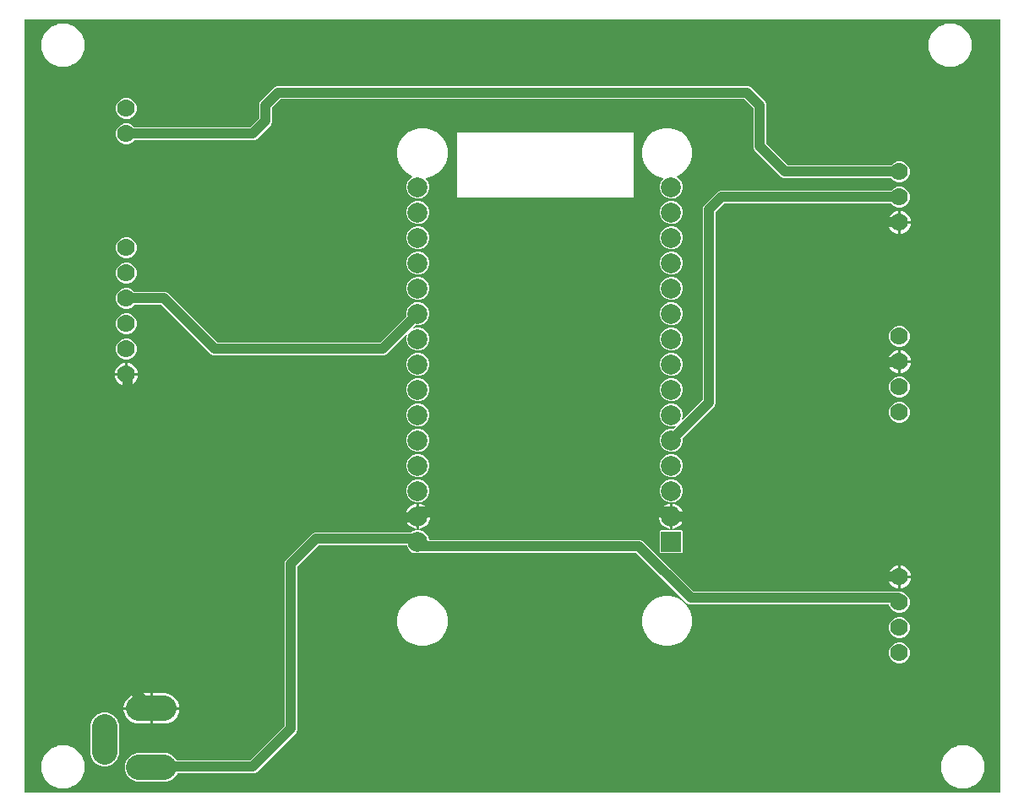
<source format=gbr>
G04 EAGLE Gerber RS-274X export*
G75*
%MOMM*%
%FSLAX34Y34*%
%LPD*%
%INTop Copper*%
%IPPOS*%
%AMOC8*
5,1,8,0,0,1.08239X$1,22.5*%
G01*
%ADD10C,2.540000*%
%ADD11C,1.778000*%
%ADD12R,2.000000X2.000000*%
%ADD13C,2.000000*%
%ADD14C,1.000000*%

G36*
X989337Y12194D02*
X989337Y12194D01*
X989342Y12193D01*
X989435Y12214D01*
X989529Y12232D01*
X989533Y12235D01*
X989538Y12236D01*
X989616Y12292D01*
X989694Y12345D01*
X989697Y12349D01*
X989701Y12352D01*
X989752Y12434D01*
X989804Y12513D01*
X989804Y12518D01*
X989807Y12523D01*
X989839Y12700D01*
X989839Y787400D01*
X989838Y787405D01*
X989839Y787410D01*
X989818Y787503D01*
X989800Y787597D01*
X989797Y787601D01*
X989796Y787606D01*
X989740Y787684D01*
X989687Y787762D01*
X989683Y787765D01*
X989680Y787769D01*
X989598Y787820D01*
X989519Y787872D01*
X989514Y787872D01*
X989509Y787875D01*
X989332Y787907D01*
X12700Y787907D01*
X12695Y787906D01*
X12690Y787907D01*
X12597Y787886D01*
X12504Y787868D01*
X12499Y787865D01*
X12494Y787864D01*
X12416Y787808D01*
X12338Y787755D01*
X12335Y787751D01*
X12331Y787748D01*
X12280Y787666D01*
X12228Y787587D01*
X12228Y787582D01*
X12225Y787577D01*
X12193Y787400D01*
X12193Y12700D01*
X12194Y12695D01*
X12193Y12690D01*
X12214Y12597D01*
X12232Y12504D01*
X12235Y12499D01*
X12236Y12494D01*
X12292Y12416D01*
X12345Y12338D01*
X12349Y12335D01*
X12352Y12331D01*
X12434Y12280D01*
X12513Y12228D01*
X12518Y12228D01*
X12523Y12225D01*
X12700Y12193D01*
X989332Y12193D01*
X989337Y12194D01*
G37*
%LPC*%
G36*
X124170Y23375D02*
X124170Y23375D01*
X118942Y25541D01*
X114941Y29542D01*
X112775Y34770D01*
X112775Y40430D01*
X114941Y45658D01*
X118942Y49659D01*
X119207Y49769D01*
X120432Y50276D01*
X121656Y50783D01*
X122881Y51291D01*
X124106Y51798D01*
X124170Y51825D01*
X155230Y51825D01*
X160458Y49659D01*
X164459Y45658D01*
X164757Y44938D01*
X164761Y44932D01*
X164762Y44926D01*
X164817Y44849D01*
X164869Y44771D01*
X164875Y44768D01*
X164878Y44763D01*
X164958Y44713D01*
X165037Y44661D01*
X165043Y44660D01*
X165049Y44657D01*
X165226Y44625D01*
X238387Y44625D01*
X238395Y44626D01*
X238403Y44625D01*
X238493Y44646D01*
X238584Y44664D01*
X238590Y44669D01*
X238598Y44671D01*
X238746Y44773D01*
X272727Y78754D01*
X272731Y78761D01*
X272737Y78765D01*
X272786Y78844D01*
X272838Y78921D01*
X272839Y78929D01*
X272843Y78935D01*
X272875Y79113D01*
X272875Y242598D01*
X273869Y244996D01*
X301104Y272231D01*
X301636Y272452D01*
X302860Y272959D01*
X303502Y273225D01*
X399166Y273225D01*
X399174Y273226D01*
X399182Y273225D01*
X399272Y273246D01*
X399363Y273264D01*
X399369Y273269D01*
X399377Y273271D01*
X399525Y273373D01*
X399872Y273720D01*
X400483Y273973D01*
X401707Y274481D01*
X401708Y274481D01*
X402932Y274988D01*
X404108Y275475D01*
X408692Y275475D01*
X412928Y273720D01*
X416170Y270478D01*
X417956Y266167D01*
X417964Y266125D01*
X417967Y266121D01*
X417968Y266116D01*
X418024Y266038D01*
X418077Y265960D01*
X418081Y265957D01*
X418084Y265953D01*
X418166Y265902D01*
X418245Y265850D01*
X418250Y265850D01*
X418255Y265847D01*
X418432Y265815D01*
X629356Y265815D01*
X631754Y264821D01*
X682470Y214105D01*
X682477Y214101D01*
X682481Y214095D01*
X682560Y214046D01*
X682637Y213994D01*
X682645Y213993D01*
X682651Y213989D01*
X682829Y213957D01*
X886024Y213957D01*
X886028Y213958D01*
X886032Y213957D01*
X886163Y213982D01*
X887410Y213957D01*
X887415Y213958D01*
X887420Y213957D01*
X888664Y213957D01*
X888760Y213937D01*
X889398Y213657D01*
X889412Y213654D01*
X889425Y213647D01*
X889558Y213623D01*
X889594Y213615D01*
X889598Y213615D01*
X889602Y213615D01*
X891072Y213615D01*
X894899Y212029D01*
X897829Y209099D01*
X899415Y205272D01*
X899415Y201128D01*
X897829Y197301D01*
X894899Y194371D01*
X894622Y194256D01*
X893398Y193749D01*
X893397Y193749D01*
X892173Y193241D01*
X891072Y192785D01*
X886928Y192785D01*
X883101Y194371D01*
X880171Y197301D01*
X878807Y200594D01*
X878803Y200600D01*
X878801Y200606D01*
X878747Y200683D01*
X878695Y200761D01*
X878689Y200764D01*
X878685Y200769D01*
X878606Y200819D01*
X878527Y200871D01*
X878521Y200872D01*
X878515Y200875D01*
X878338Y200907D01*
X678618Y200907D01*
X676220Y201901D01*
X625504Y252617D01*
X625497Y252621D01*
X625493Y252627D01*
X625414Y252676D01*
X625337Y252728D01*
X625329Y252729D01*
X625323Y252733D01*
X625145Y252765D01*
X409614Y252765D01*
X409605Y252763D01*
X409596Y252765D01*
X409420Y252727D01*
X409418Y252726D01*
X409089Y252590D01*
X408692Y252425D01*
X404108Y252425D01*
X403672Y252606D01*
X403612Y252618D01*
X403555Y252639D01*
X403511Y252637D01*
X403475Y252644D01*
X403431Y252635D01*
X403409Y252635D01*
X400843Y253124D01*
X398674Y254548D01*
X397214Y256695D01*
X397208Y256726D01*
X397186Y256778D01*
X397173Y256834D01*
X397145Y256874D01*
X397129Y256910D01*
X397099Y256939D01*
X397070Y256982D01*
X396630Y257422D01*
X395619Y259862D01*
X395615Y259868D01*
X395614Y259874D01*
X395559Y259951D01*
X395507Y260029D01*
X395502Y260032D01*
X395498Y260037D01*
X395418Y260087D01*
X395340Y260139D01*
X395333Y260140D01*
X395328Y260143D01*
X395150Y260175D01*
X307713Y260175D01*
X307705Y260174D01*
X307697Y260175D01*
X307607Y260154D01*
X307516Y260136D01*
X307510Y260131D01*
X307502Y260129D01*
X307354Y260027D01*
X286073Y238746D01*
X286069Y238739D01*
X286063Y238735D01*
X286014Y238656D01*
X285962Y238579D01*
X285961Y238571D01*
X285957Y238565D01*
X285925Y238387D01*
X285925Y74902D01*
X284931Y72504D01*
X244996Y32569D01*
X244693Y32443D01*
X243469Y31936D01*
X243468Y31936D01*
X242598Y31575D01*
X165640Y31575D01*
X165634Y31574D01*
X165627Y31575D01*
X165536Y31554D01*
X165444Y31536D01*
X165438Y31532D01*
X165432Y31531D01*
X165355Y31476D01*
X165278Y31423D01*
X165274Y31418D01*
X165269Y31414D01*
X165172Y31262D01*
X164459Y29542D01*
X160458Y25541D01*
X159977Y25342D01*
X158752Y24834D01*
X157528Y24327D01*
X156303Y23820D01*
X155230Y23375D01*
X124170Y23375D01*
G37*
%LPD*%
%LPC*%
G36*
X886928Y624585D02*
X886928Y624585D01*
X883101Y626171D01*
X880945Y628327D01*
X880938Y628331D01*
X880934Y628337D01*
X880855Y628386D01*
X880778Y628438D01*
X880770Y628439D01*
X880763Y628443D01*
X880586Y628475D01*
X773402Y628475D01*
X771004Y629469D01*
X769097Y631375D01*
X745675Y654797D01*
X743769Y656704D01*
X742775Y659102D01*
X742775Y698875D01*
X742774Y698883D01*
X742775Y698891D01*
X742754Y698981D01*
X742736Y699072D01*
X742731Y699078D01*
X742729Y699086D01*
X742627Y699234D01*
X734046Y707815D01*
X734039Y707819D01*
X734035Y707825D01*
X733956Y707874D01*
X733879Y707926D01*
X733871Y707927D01*
X733865Y707931D01*
X733687Y707963D01*
X269613Y707963D01*
X269605Y707962D01*
X269597Y707963D01*
X269507Y707942D01*
X269416Y707924D01*
X269410Y707919D01*
X269402Y707917D01*
X269254Y707815D01*
X260673Y699234D01*
X260669Y699227D01*
X260663Y699223D01*
X260614Y699144D01*
X260562Y699067D01*
X260561Y699059D01*
X260557Y699053D01*
X260525Y698875D01*
X260525Y684502D01*
X259531Y682104D01*
X244996Y667569D01*
X244879Y667520D01*
X243655Y667013D01*
X243654Y667013D01*
X242598Y666575D01*
X122714Y666575D01*
X122706Y666574D01*
X122699Y666575D01*
X122609Y666554D01*
X122518Y666536D01*
X122511Y666531D01*
X122503Y666529D01*
X122355Y666427D01*
X120199Y664271D01*
X119472Y663969D01*
X118247Y663462D01*
X117023Y662955D01*
X116372Y662685D01*
X112228Y662685D01*
X108401Y664271D01*
X105471Y667201D01*
X103885Y671028D01*
X103885Y675172D01*
X105471Y678999D01*
X108401Y681929D01*
X109319Y682310D01*
X110544Y682817D01*
X111768Y683324D01*
X112228Y683515D01*
X116372Y683515D01*
X120199Y681929D01*
X122355Y679773D01*
X122362Y679769D01*
X122366Y679763D01*
X122445Y679714D01*
X122522Y679662D01*
X122530Y679661D01*
X122537Y679657D01*
X122714Y679625D01*
X238387Y679625D01*
X238395Y679626D01*
X238403Y679625D01*
X238493Y679646D01*
X238584Y679664D01*
X238590Y679669D01*
X238598Y679671D01*
X238746Y679773D01*
X247327Y688354D01*
X247331Y688361D01*
X247337Y688365D01*
X247386Y688444D01*
X247438Y688521D01*
X247439Y688529D01*
X247443Y688535D01*
X247475Y688713D01*
X247475Y703086D01*
X248469Y705484D01*
X250375Y707391D01*
X261097Y718113D01*
X263004Y720019D01*
X263810Y720353D01*
X265035Y720861D01*
X265402Y721013D01*
X737898Y721013D01*
X740296Y720019D01*
X742203Y718113D01*
X752925Y707391D01*
X754831Y705484D01*
X755825Y703086D01*
X755825Y663313D01*
X755826Y663305D01*
X755825Y663297D01*
X755846Y663207D01*
X755864Y663116D01*
X755869Y663110D01*
X755871Y663102D01*
X755973Y662954D01*
X777254Y641673D01*
X777261Y641669D01*
X777265Y641663D01*
X777344Y641614D01*
X777421Y641562D01*
X777429Y641561D01*
X777435Y641557D01*
X777613Y641525D01*
X880586Y641525D01*
X880594Y641526D01*
X880601Y641525D01*
X880691Y641546D01*
X880782Y641564D01*
X880789Y641569D01*
X880797Y641571D01*
X880945Y641673D01*
X883101Y643829D01*
X884155Y644266D01*
X885379Y644773D01*
X886604Y645280D01*
X886928Y645415D01*
X891072Y645415D01*
X894899Y643829D01*
X897829Y640899D01*
X899415Y637072D01*
X899415Y632928D01*
X897829Y629101D01*
X894899Y626171D01*
X894308Y625926D01*
X893083Y625418D01*
X891859Y624911D01*
X891858Y624911D01*
X891072Y624585D01*
X886928Y624585D01*
G37*
%LPD*%
%LPC*%
G36*
X445526Y608771D02*
X445526Y608771D01*
X445421Y608876D01*
X445421Y673924D01*
X445526Y674029D01*
X622574Y674029D01*
X622679Y673924D01*
X622679Y608876D01*
X622574Y608771D01*
X445526Y608771D01*
G37*
%LPD*%
%LPC*%
G36*
X658108Y354025D02*
X658108Y354025D01*
X653872Y355780D01*
X650630Y359022D01*
X648875Y363258D01*
X648875Y367842D01*
X650630Y372078D01*
X653872Y375320D01*
X654121Y375423D01*
X655345Y375931D01*
X656570Y376438D01*
X657795Y376945D01*
X658108Y377075D01*
X662487Y377075D01*
X662495Y377076D01*
X662503Y377075D01*
X662593Y377096D01*
X662684Y377114D01*
X662690Y377119D01*
X662698Y377121D01*
X662846Y377223D01*
X664910Y379288D01*
X664911Y379289D01*
X664912Y379290D01*
X664966Y379372D01*
X665021Y379455D01*
X665022Y379456D01*
X665022Y379457D01*
X665040Y379554D01*
X665059Y379652D01*
X665059Y379653D01*
X665059Y379654D01*
X665038Y379751D01*
X665017Y379848D01*
X665017Y379849D01*
X665016Y379850D01*
X664960Y379931D01*
X664903Y380012D01*
X664902Y380013D01*
X664901Y380014D01*
X664819Y380066D01*
X664734Y380120D01*
X664732Y380120D01*
X664731Y380121D01*
X664633Y380137D01*
X664536Y380153D01*
X664535Y380153D01*
X664534Y380153D01*
X664358Y380115D01*
X663861Y379909D01*
X662692Y379425D01*
X658108Y379425D01*
X653872Y381180D01*
X650630Y384422D01*
X648875Y388658D01*
X648875Y393242D01*
X650630Y397478D01*
X653872Y400720D01*
X654030Y400786D01*
X655255Y401293D01*
X656479Y401800D01*
X656480Y401800D01*
X657704Y402308D01*
X658108Y402475D01*
X662692Y402475D01*
X666928Y400720D01*
X670170Y397478D01*
X671925Y393242D01*
X671925Y388658D01*
X671235Y386992D01*
X671235Y386991D01*
X671234Y386990D01*
X671215Y386893D01*
X671196Y386796D01*
X671197Y386794D01*
X671196Y386793D01*
X671217Y386695D01*
X671237Y386599D01*
X671238Y386598D01*
X671238Y386597D01*
X671298Y386511D01*
X671350Y386434D01*
X671352Y386433D01*
X671352Y386432D01*
X671436Y386379D01*
X671519Y386326D01*
X671520Y386326D01*
X671522Y386325D01*
X671618Y386309D01*
X671717Y386291D01*
X671718Y386292D01*
X671719Y386291D01*
X671814Y386313D01*
X671912Y386336D01*
X671913Y386337D01*
X671914Y386337D01*
X672062Y386440D01*
X691827Y406204D01*
X691831Y406211D01*
X691837Y406215D01*
X691886Y406294D01*
X691938Y406371D01*
X691939Y406379D01*
X691943Y406385D01*
X691975Y406563D01*
X691975Y598198D01*
X692969Y600596D01*
X707504Y615131D01*
X708038Y615353D01*
X709263Y615860D01*
X709902Y616125D01*
X880586Y616125D01*
X880594Y616126D01*
X880601Y616125D01*
X880691Y616146D01*
X880782Y616164D01*
X880789Y616169D01*
X880797Y616171D01*
X880945Y616273D01*
X883101Y618429D01*
X884245Y618903D01*
X885470Y619411D01*
X886694Y619918D01*
X886695Y619918D01*
X886928Y620015D01*
X891072Y620015D01*
X894899Y618429D01*
X897829Y615499D01*
X899415Y611672D01*
X899415Y607528D01*
X897829Y603701D01*
X894899Y600771D01*
X894398Y600563D01*
X893174Y600056D01*
X893173Y600056D01*
X891949Y599549D01*
X891072Y599185D01*
X886928Y599185D01*
X883101Y600771D01*
X880945Y602927D01*
X880938Y602931D01*
X880934Y602937D01*
X880855Y602986D01*
X880778Y603038D01*
X880770Y603039D01*
X880763Y603043D01*
X880586Y603075D01*
X714113Y603075D01*
X714105Y603074D01*
X714097Y603075D01*
X714007Y603054D01*
X713916Y603036D01*
X713910Y603031D01*
X713902Y603029D01*
X713754Y602927D01*
X705173Y594346D01*
X705169Y594339D01*
X705163Y594335D01*
X705114Y594256D01*
X705062Y594179D01*
X705061Y594171D01*
X705057Y594165D01*
X705025Y593987D01*
X705025Y402352D01*
X704031Y399954D01*
X702125Y398047D01*
X672073Y367996D01*
X672069Y367989D01*
X672063Y367985D01*
X672014Y367906D01*
X671962Y367829D01*
X671961Y367821D01*
X671957Y367815D01*
X671925Y367637D01*
X671925Y363258D01*
X670170Y359022D01*
X666928Y355780D01*
X666401Y355561D01*
X665176Y355054D01*
X663952Y354547D01*
X662727Y354040D01*
X662692Y354025D01*
X658108Y354025D01*
G37*
%LPD*%
%LPC*%
G36*
X201902Y450675D02*
X201902Y450675D01*
X199504Y451669D01*
X149846Y501327D01*
X149839Y501331D01*
X149835Y501337D01*
X149756Y501386D01*
X149679Y501438D01*
X149671Y501439D01*
X149665Y501443D01*
X149487Y501475D01*
X122714Y501475D01*
X122706Y501474D01*
X122699Y501475D01*
X122609Y501454D01*
X122518Y501436D01*
X122511Y501431D01*
X122503Y501429D01*
X122355Y501327D01*
X120199Y499171D01*
X120060Y499113D01*
X118836Y498606D01*
X117611Y498099D01*
X116387Y497591D01*
X116386Y497591D01*
X116372Y497585D01*
X112228Y497585D01*
X108401Y499171D01*
X105471Y502101D01*
X103885Y505928D01*
X103885Y510072D01*
X105471Y513899D01*
X108401Y516829D01*
X108683Y516946D01*
X109907Y517453D01*
X109908Y517453D01*
X111132Y517961D01*
X112228Y518415D01*
X116372Y518415D01*
X120199Y516829D01*
X122355Y514673D01*
X122362Y514669D01*
X122366Y514663D01*
X122445Y514614D01*
X122522Y514562D01*
X122530Y514561D01*
X122537Y514557D01*
X122714Y514525D01*
X153698Y514525D01*
X156096Y513531D01*
X205754Y463873D01*
X205761Y463869D01*
X205765Y463863D01*
X205844Y463814D01*
X205921Y463762D01*
X205929Y463761D01*
X205935Y463757D01*
X206113Y463725D01*
X368137Y463725D01*
X368145Y463726D01*
X368153Y463725D01*
X368243Y463746D01*
X368334Y463764D01*
X368340Y463769D01*
X368348Y463771D01*
X368496Y463873D01*
X394727Y490104D01*
X394731Y490111D01*
X394737Y490115D01*
X394786Y490194D01*
X394838Y490271D01*
X394839Y490279D01*
X394843Y490285D01*
X394875Y490463D01*
X394875Y494842D01*
X396630Y499078D01*
X399872Y502320D01*
X400893Y502743D01*
X402117Y503250D01*
X403342Y503758D01*
X404108Y504075D01*
X408692Y504075D01*
X412928Y502320D01*
X416170Y499078D01*
X417925Y494842D01*
X417925Y490258D01*
X416170Y486022D01*
X412928Y482780D01*
X411948Y482374D01*
X410724Y481867D01*
X409499Y481359D01*
X408692Y481025D01*
X404313Y481025D01*
X404305Y481024D01*
X404297Y481025D01*
X404207Y481004D01*
X404116Y480986D01*
X404110Y480981D01*
X404102Y480979D01*
X403954Y480877D01*
X401890Y478812D01*
X401889Y478811D01*
X401888Y478810D01*
X401834Y478728D01*
X401779Y478645D01*
X401778Y478644D01*
X401778Y478643D01*
X401760Y478546D01*
X401741Y478448D01*
X401741Y478447D01*
X401741Y478446D01*
X401762Y478349D01*
X401783Y478252D01*
X401783Y478251D01*
X401784Y478250D01*
X401841Y478169D01*
X401897Y478088D01*
X401898Y478087D01*
X401899Y478086D01*
X401981Y478034D01*
X402066Y477980D01*
X402068Y477980D01*
X402069Y477979D01*
X402167Y477963D01*
X402264Y477947D01*
X402265Y477947D01*
X402266Y477947D01*
X402442Y477985D01*
X403432Y478395D01*
X403433Y478395D01*
X404108Y478675D01*
X408692Y478675D01*
X412928Y476920D01*
X416170Y473678D01*
X417925Y469442D01*
X417925Y464858D01*
X416170Y460622D01*
X412928Y457380D01*
X412039Y457011D01*
X410814Y456504D01*
X409590Y455997D01*
X408692Y455625D01*
X404108Y455625D01*
X399872Y457380D01*
X396630Y460622D01*
X394875Y464858D01*
X394875Y469442D01*
X395565Y471108D01*
X395565Y471109D01*
X395566Y471110D01*
X395585Y471207D01*
X395604Y471304D01*
X395603Y471306D01*
X395604Y471307D01*
X395583Y471405D01*
X395563Y471501D01*
X395562Y471502D01*
X395562Y471503D01*
X395504Y471586D01*
X395450Y471666D01*
X395448Y471667D01*
X395448Y471668D01*
X395364Y471721D01*
X395281Y471774D01*
X395280Y471774D01*
X395278Y471775D01*
X395182Y471791D01*
X395083Y471809D01*
X395082Y471808D01*
X395081Y471809D01*
X394986Y471787D01*
X394888Y471764D01*
X394887Y471763D01*
X394886Y471763D01*
X394738Y471660D01*
X376653Y453575D01*
X374746Y451669D01*
X374174Y451432D01*
X372949Y450924D01*
X372348Y450675D01*
X201902Y450675D01*
G37*
%LPD*%
%LPC*%
G36*
X404108Y608025D02*
X404108Y608025D01*
X399872Y609780D01*
X396630Y613022D01*
X394875Y617258D01*
X394875Y621842D01*
X396630Y626078D01*
X399872Y629320D01*
X400897Y629745D01*
X400956Y629784D01*
X401018Y629816D01*
X401038Y629840D01*
X401064Y629857D01*
X401102Y629915D01*
X401148Y629969D01*
X401157Y629999D01*
X401174Y630024D01*
X401187Y630093D01*
X401208Y630160D01*
X401205Y630191D01*
X401211Y630221D01*
X401196Y630290D01*
X401189Y630360D01*
X401174Y630387D01*
X401168Y630417D01*
X401128Y630475D01*
X401095Y630537D01*
X401069Y630558D01*
X401053Y630581D01*
X401009Y630609D01*
X400957Y630653D01*
X395651Y633716D01*
X390966Y638401D01*
X387654Y644138D01*
X385939Y650538D01*
X385939Y657162D01*
X387654Y663562D01*
X390966Y669299D01*
X395651Y673984D01*
X401388Y677296D01*
X407788Y679011D01*
X414412Y679011D01*
X420812Y677296D01*
X426549Y673984D01*
X431234Y669299D01*
X434546Y663562D01*
X436261Y657162D01*
X436261Y650538D01*
X434546Y644138D01*
X431234Y638401D01*
X426549Y633716D01*
X420812Y630404D01*
X414588Y628736D01*
X414555Y628720D01*
X414518Y628712D01*
X414466Y628676D01*
X414409Y628647D01*
X414384Y628619D01*
X414354Y628598D01*
X414319Y628544D01*
X414278Y628496D01*
X414266Y628460D01*
X414246Y628429D01*
X414235Y628366D01*
X414216Y628305D01*
X414219Y628268D01*
X414212Y628231D01*
X414227Y628169D01*
X414232Y628105D01*
X414249Y628072D01*
X414258Y628036D01*
X414300Y627975D01*
X414325Y627927D01*
X414344Y627912D01*
X414361Y627888D01*
X416170Y626078D01*
X417925Y621842D01*
X417925Y617258D01*
X416170Y613022D01*
X412928Y609780D01*
X412720Y609694D01*
X411496Y609186D01*
X410271Y608679D01*
X409047Y608172D01*
X409046Y608172D01*
X408692Y608025D01*
X404108Y608025D01*
G37*
%LPD*%
%LPC*%
G36*
X658108Y608025D02*
X658108Y608025D01*
X653872Y609780D01*
X650630Y613022D01*
X648875Y617258D01*
X648875Y621842D01*
X650630Y626078D01*
X652545Y627993D01*
X652566Y628024D01*
X652593Y628049D01*
X652621Y628107D01*
X652656Y628160D01*
X652663Y628197D01*
X652679Y628231D01*
X652681Y628295D01*
X652693Y628357D01*
X652686Y628394D01*
X652687Y628431D01*
X652665Y628491D01*
X652652Y628553D01*
X652631Y628584D01*
X652618Y628619D01*
X652574Y628665D01*
X652538Y628718D01*
X652506Y628738D01*
X652481Y628765D01*
X652414Y628797D01*
X652368Y628825D01*
X652344Y628830D01*
X652318Y628842D01*
X646488Y630404D01*
X640751Y633716D01*
X636066Y638401D01*
X632754Y644138D01*
X631039Y650538D01*
X631039Y657162D01*
X632754Y663562D01*
X636066Y669299D01*
X640751Y673984D01*
X646488Y677296D01*
X652888Y679011D01*
X659512Y679011D01*
X665912Y677296D01*
X671649Y673984D01*
X676334Y669299D01*
X679646Y663562D01*
X681361Y657162D01*
X681361Y650538D01*
X679646Y644138D01*
X676334Y638401D01*
X671649Y633716D01*
X666134Y630532D01*
X666082Y630486D01*
X666024Y630446D01*
X666007Y630420D01*
X665984Y630400D01*
X665953Y630337D01*
X665915Y630278D01*
X665910Y630247D01*
X665897Y630219D01*
X665893Y630149D01*
X665881Y630080D01*
X665888Y630050D01*
X665886Y630019D01*
X665910Y629953D01*
X665925Y629885D01*
X665943Y629860D01*
X665954Y629831D01*
X666001Y629779D01*
X666042Y629722D01*
X666070Y629704D01*
X666089Y629683D01*
X666136Y629662D01*
X666194Y629624D01*
X666928Y629320D01*
X670170Y626078D01*
X671925Y621842D01*
X671925Y617258D01*
X670170Y613022D01*
X666928Y609780D01*
X666720Y609694D01*
X665496Y609186D01*
X664271Y608679D01*
X663047Y608172D01*
X663046Y608172D01*
X662692Y608025D01*
X658108Y608025D01*
G37*
%LPD*%
%LPC*%
G36*
X652888Y159189D02*
X652888Y159189D01*
X646488Y160904D01*
X640751Y164216D01*
X636066Y168901D01*
X632754Y174638D01*
X631039Y181038D01*
X631039Y187662D01*
X632754Y194062D01*
X636066Y199799D01*
X640751Y204484D01*
X646488Y207796D01*
X652888Y209511D01*
X659512Y209511D01*
X665912Y207796D01*
X671649Y204484D01*
X676334Y199799D01*
X679646Y194062D01*
X681361Y187662D01*
X681361Y181038D01*
X679646Y174638D01*
X676334Y168901D01*
X671649Y164216D01*
X665912Y160904D01*
X659512Y159189D01*
X652888Y159189D01*
G37*
%LPD*%
%LPC*%
G36*
X407788Y159189D02*
X407788Y159189D01*
X401388Y160904D01*
X395651Y164216D01*
X390966Y168901D01*
X387654Y174638D01*
X385939Y181038D01*
X385939Y187662D01*
X387654Y194062D01*
X390966Y199799D01*
X395651Y204484D01*
X401388Y207796D01*
X407788Y209511D01*
X414412Y209511D01*
X420812Y207796D01*
X426549Y204484D01*
X431234Y199799D01*
X434546Y194062D01*
X436261Y187662D01*
X436261Y181038D01*
X434546Y174638D01*
X431234Y168901D01*
X426549Y164216D01*
X420812Y160904D01*
X414412Y159189D01*
X407788Y159189D01*
G37*
%LPD*%
%LPC*%
G36*
X935505Y740409D02*
X935505Y740409D01*
X927570Y743696D01*
X921496Y749770D01*
X918209Y757705D01*
X918209Y766295D01*
X921496Y774230D01*
X927570Y780304D01*
X928565Y780716D01*
X929790Y781223D01*
X931015Y781731D01*
X932239Y782238D01*
X933464Y782745D01*
X934688Y783252D01*
X934689Y783252D01*
X935505Y783591D01*
X944095Y783591D01*
X952030Y780304D01*
X958104Y774230D01*
X961391Y766295D01*
X961391Y757705D01*
X958104Y749770D01*
X952030Y743696D01*
X951816Y743608D01*
X950592Y743100D01*
X949367Y742593D01*
X948143Y742086D01*
X948142Y742086D01*
X946918Y741579D01*
X945693Y741071D01*
X944469Y740564D01*
X944095Y740409D01*
X935505Y740409D01*
G37*
%LPD*%
%LPC*%
G36*
X46505Y740409D02*
X46505Y740409D01*
X38570Y743696D01*
X32496Y749770D01*
X29209Y757705D01*
X29209Y766295D01*
X32496Y774230D01*
X38570Y780304D01*
X39565Y780716D01*
X40790Y781223D01*
X42015Y781731D01*
X43239Y782238D01*
X44464Y782745D01*
X45688Y783252D01*
X45689Y783252D01*
X46505Y783591D01*
X55095Y783591D01*
X63030Y780304D01*
X69104Y774230D01*
X72391Y766295D01*
X72391Y757705D01*
X69104Y749770D01*
X63030Y743696D01*
X62816Y743608D01*
X61592Y743100D01*
X60367Y742593D01*
X59143Y742086D01*
X59142Y742086D01*
X57918Y741579D01*
X56693Y741071D01*
X55469Y740564D01*
X55095Y740409D01*
X46505Y740409D01*
G37*
%LPD*%
%LPC*%
G36*
X46505Y16509D02*
X46505Y16509D01*
X38570Y19796D01*
X32496Y25870D01*
X29209Y33805D01*
X29209Y42395D01*
X32496Y50330D01*
X38570Y56404D01*
X39696Y56870D01*
X40921Y57378D01*
X42145Y57885D01*
X42146Y57885D01*
X43370Y58392D01*
X44595Y58899D01*
X45819Y59407D01*
X45820Y59407D01*
X46505Y59691D01*
X55095Y59691D01*
X63030Y56404D01*
X69104Y50330D01*
X72391Y42395D01*
X72391Y33805D01*
X69104Y25870D01*
X63030Y19796D01*
X62947Y19762D01*
X61723Y19255D01*
X60498Y18747D01*
X59274Y18240D01*
X59273Y18240D01*
X58049Y17733D01*
X56824Y17226D01*
X55600Y16718D01*
X55095Y16509D01*
X46505Y16509D01*
G37*
%LPD*%
%LPC*%
G36*
X948205Y16509D02*
X948205Y16509D01*
X940270Y19796D01*
X934196Y25870D01*
X930909Y33805D01*
X930909Y42395D01*
X934196Y50330D01*
X940270Y56404D01*
X941396Y56870D01*
X942621Y57378D01*
X943845Y57885D01*
X943846Y57885D01*
X945070Y58392D01*
X946295Y58899D01*
X947519Y59407D01*
X947520Y59407D01*
X948205Y59691D01*
X956795Y59691D01*
X964730Y56404D01*
X970804Y50330D01*
X974091Y42395D01*
X974091Y33805D01*
X970804Y25870D01*
X964730Y19796D01*
X964647Y19762D01*
X963423Y19255D01*
X962198Y18747D01*
X960974Y18240D01*
X960973Y18240D01*
X959749Y17733D01*
X958524Y17226D01*
X957300Y16718D01*
X956795Y16509D01*
X948205Y16509D01*
G37*
%LPD*%
%LPC*%
G36*
X89870Y38675D02*
X89870Y38675D01*
X84642Y40841D01*
X80641Y44842D01*
X78475Y50070D01*
X78475Y81130D01*
X80641Y86358D01*
X84642Y90359D01*
X85842Y90856D01*
X87067Y91363D01*
X88291Y91871D01*
X89516Y92378D01*
X89870Y92525D01*
X95530Y92525D01*
X100758Y90359D01*
X104759Y86358D01*
X106925Y81130D01*
X106925Y50070D01*
X104759Y44842D01*
X100758Y40841D01*
X100078Y40559D01*
X98853Y40052D01*
X97628Y39545D01*
X96404Y39037D01*
X95530Y38675D01*
X89870Y38675D01*
G37*
%LPD*%
%LPC*%
G36*
X649768Y252425D02*
X649768Y252425D01*
X648875Y253318D01*
X648875Y274582D01*
X649768Y275475D01*
X671032Y275475D01*
X671925Y274582D01*
X671925Y253318D01*
X671032Y252425D01*
X649768Y252425D01*
G37*
%LPD*%
%LPC*%
G36*
X658108Y506425D02*
X658108Y506425D01*
X653872Y508180D01*
X650630Y511422D01*
X648875Y515658D01*
X648875Y520242D01*
X650630Y524478D01*
X653872Y527720D01*
X654802Y528106D01*
X656027Y528613D01*
X657251Y529120D01*
X657252Y529120D01*
X658108Y529475D01*
X662692Y529475D01*
X666928Y527720D01*
X670170Y524478D01*
X671925Y520242D01*
X671925Y515658D01*
X670170Y511422D01*
X666928Y508180D01*
X665858Y507736D01*
X664633Y507229D01*
X663409Y506722D01*
X662692Y506425D01*
X658108Y506425D01*
G37*
%LPD*%
%LPC*%
G36*
X404108Y506425D02*
X404108Y506425D01*
X399872Y508180D01*
X396630Y511422D01*
X394875Y515658D01*
X394875Y520242D01*
X396630Y524478D01*
X399872Y527720D01*
X400802Y528106D01*
X402027Y528613D01*
X403251Y529120D01*
X403252Y529120D01*
X404108Y529475D01*
X408692Y529475D01*
X412928Y527720D01*
X416170Y524478D01*
X417925Y520242D01*
X417925Y515658D01*
X416170Y511422D01*
X412928Y508180D01*
X411858Y507736D01*
X410633Y507229D01*
X409409Y506722D01*
X408692Y506425D01*
X404108Y506425D01*
G37*
%LPD*%
%LPC*%
G36*
X404108Y354025D02*
X404108Y354025D01*
X399872Y355780D01*
X396630Y359022D01*
X394875Y363258D01*
X394875Y367842D01*
X396630Y372078D01*
X399872Y375320D01*
X400121Y375423D01*
X401345Y375931D01*
X402570Y376438D01*
X403795Y376945D01*
X404108Y377075D01*
X408692Y377075D01*
X412928Y375320D01*
X416170Y372078D01*
X417925Y367842D01*
X417925Y363258D01*
X416170Y359022D01*
X412928Y355780D01*
X412401Y355561D01*
X411176Y355054D01*
X409952Y354547D01*
X408727Y354040D01*
X408692Y354025D01*
X404108Y354025D01*
G37*
%LPD*%
%LPC*%
G36*
X404108Y379425D02*
X404108Y379425D01*
X399872Y381180D01*
X396630Y384422D01*
X394875Y388658D01*
X394875Y393242D01*
X396630Y397478D01*
X399872Y400720D01*
X400030Y400786D01*
X401255Y401293D01*
X402479Y401800D01*
X402480Y401800D01*
X403704Y402308D01*
X404108Y402475D01*
X408692Y402475D01*
X412928Y400720D01*
X416170Y397478D01*
X417925Y393242D01*
X417925Y388658D01*
X416170Y384422D01*
X412928Y381180D01*
X412311Y380924D01*
X412310Y380924D01*
X411086Y380417D01*
X409861Y379909D01*
X408692Y379425D01*
X404108Y379425D01*
G37*
%LPD*%
%LPC*%
G36*
X658108Y481025D02*
X658108Y481025D01*
X653872Y482780D01*
X650630Y486022D01*
X648875Y490258D01*
X648875Y494842D01*
X650630Y499078D01*
X653872Y502320D01*
X654893Y502743D01*
X656117Y503250D01*
X657342Y503758D01*
X658108Y504075D01*
X662692Y504075D01*
X666928Y502320D01*
X670170Y499078D01*
X671925Y494842D01*
X671925Y490258D01*
X670170Y486022D01*
X666928Y482780D01*
X665948Y482374D01*
X664724Y481867D01*
X663499Y481359D01*
X662692Y481025D01*
X658108Y481025D01*
G37*
%LPD*%
%LPC*%
G36*
X404108Y404825D02*
X404108Y404825D01*
X399872Y406580D01*
X396630Y409822D01*
X394875Y414058D01*
X394875Y418642D01*
X396630Y422878D01*
X399872Y426120D01*
X399940Y426148D01*
X401164Y426656D01*
X402389Y427163D01*
X403613Y427670D01*
X403614Y427670D01*
X404108Y427875D01*
X408692Y427875D01*
X412928Y426120D01*
X416170Y422878D01*
X417925Y418642D01*
X417925Y414058D01*
X416170Y409822D01*
X412928Y406580D01*
X412220Y406286D01*
X410995Y405779D01*
X409771Y405272D01*
X408692Y404825D01*
X404108Y404825D01*
G37*
%LPD*%
%LPC*%
G36*
X658108Y404825D02*
X658108Y404825D01*
X653872Y406580D01*
X650630Y409822D01*
X648875Y414058D01*
X648875Y418642D01*
X650630Y422878D01*
X653872Y426120D01*
X653940Y426148D01*
X655164Y426656D01*
X656389Y427163D01*
X657613Y427670D01*
X657614Y427670D01*
X658108Y427875D01*
X662692Y427875D01*
X666928Y426120D01*
X670170Y422878D01*
X671925Y418642D01*
X671925Y414058D01*
X670170Y409822D01*
X666928Y406580D01*
X666220Y406286D01*
X664995Y405779D01*
X663771Y405272D01*
X662692Y404825D01*
X658108Y404825D01*
G37*
%LPD*%
%LPC*%
G36*
X658108Y455625D02*
X658108Y455625D01*
X653872Y457380D01*
X650630Y460622D01*
X648875Y464858D01*
X648875Y469442D01*
X650630Y473678D01*
X653872Y476920D01*
X654983Y477381D01*
X656208Y477888D01*
X657432Y478395D01*
X657433Y478395D01*
X658108Y478675D01*
X662692Y478675D01*
X666928Y476920D01*
X670170Y473678D01*
X671925Y469442D01*
X671925Y464858D01*
X670170Y460622D01*
X666928Y457380D01*
X666039Y457011D01*
X664814Y456504D01*
X663590Y455997D01*
X662692Y455625D01*
X658108Y455625D01*
G37*
%LPD*%
%LPC*%
G36*
X658108Y531825D02*
X658108Y531825D01*
X653872Y533580D01*
X650630Y536822D01*
X648875Y541058D01*
X648875Y545642D01*
X650630Y549878D01*
X653872Y553120D01*
X654712Y553468D01*
X655936Y553975D01*
X657161Y554483D01*
X658108Y554875D01*
X662692Y554875D01*
X666928Y553120D01*
X670170Y549878D01*
X671925Y545642D01*
X671925Y541058D01*
X670170Y536822D01*
X666928Y533580D01*
X665767Y533099D01*
X664543Y532592D01*
X663318Y532084D01*
X662692Y531825D01*
X658108Y531825D01*
G37*
%LPD*%
%LPC*%
G36*
X404108Y531825D02*
X404108Y531825D01*
X399872Y533580D01*
X396630Y536822D01*
X394875Y541058D01*
X394875Y545642D01*
X396630Y549878D01*
X399872Y553120D01*
X400712Y553468D01*
X401936Y553975D01*
X403161Y554483D01*
X404108Y554875D01*
X408692Y554875D01*
X412928Y553120D01*
X416170Y549878D01*
X417925Y545642D01*
X417925Y541058D01*
X416170Y536822D01*
X412928Y533580D01*
X411767Y533099D01*
X410543Y532592D01*
X409318Y532084D01*
X408692Y531825D01*
X404108Y531825D01*
G37*
%LPD*%
%LPC*%
G36*
X658108Y582625D02*
X658108Y582625D01*
X653872Y584380D01*
X650630Y587622D01*
X648875Y591858D01*
X648875Y596442D01*
X650630Y600678D01*
X653872Y603920D01*
X654531Y604193D01*
X655755Y604700D01*
X656980Y605208D01*
X658108Y605675D01*
X662692Y605675D01*
X666928Y603920D01*
X670170Y600678D01*
X671925Y596442D01*
X671925Y591858D01*
X670170Y587622D01*
X666928Y584380D01*
X666811Y584331D01*
X665586Y583824D01*
X664362Y583317D01*
X663137Y582809D01*
X662692Y582625D01*
X658108Y582625D01*
G37*
%LPD*%
%LPC*%
G36*
X404108Y582625D02*
X404108Y582625D01*
X399872Y584380D01*
X396630Y587622D01*
X394875Y591858D01*
X394875Y596442D01*
X396630Y600678D01*
X399872Y603920D01*
X400531Y604193D01*
X401755Y604700D01*
X402980Y605208D01*
X404108Y605675D01*
X408692Y605675D01*
X412928Y603920D01*
X416170Y600678D01*
X417925Y596442D01*
X417925Y591858D01*
X416170Y587622D01*
X412928Y584380D01*
X412811Y584331D01*
X411586Y583824D01*
X410362Y583317D01*
X409137Y582809D01*
X408692Y582625D01*
X404108Y582625D01*
G37*
%LPD*%
%LPC*%
G36*
X658108Y430225D02*
X658108Y430225D01*
X653872Y431980D01*
X650630Y435222D01*
X648875Y439458D01*
X648875Y444042D01*
X650630Y448278D01*
X653872Y451520D01*
X655074Y452018D01*
X656298Y452525D01*
X656299Y452525D01*
X657523Y453033D01*
X658108Y453275D01*
X662692Y453275D01*
X666928Y451520D01*
X670170Y448278D01*
X671925Y444042D01*
X671925Y439458D01*
X670170Y435222D01*
X666928Y431980D01*
X666130Y431649D01*
X666129Y431649D01*
X664905Y431142D01*
X663680Y430634D01*
X662692Y430225D01*
X658108Y430225D01*
G37*
%LPD*%
%LPC*%
G36*
X404108Y430225D02*
X404108Y430225D01*
X399872Y431980D01*
X396630Y435222D01*
X394875Y439458D01*
X394875Y444042D01*
X396630Y448278D01*
X399872Y451520D01*
X401074Y452018D01*
X402298Y452525D01*
X402299Y452525D01*
X403523Y453033D01*
X404108Y453275D01*
X408692Y453275D01*
X412928Y451520D01*
X416170Y448278D01*
X417925Y444042D01*
X417925Y439458D01*
X416170Y435222D01*
X412928Y431980D01*
X412130Y431649D01*
X412129Y431649D01*
X410905Y431142D01*
X409680Y430634D01*
X408692Y430225D01*
X404108Y430225D01*
G37*
%LPD*%
%LPC*%
G36*
X658108Y557225D02*
X658108Y557225D01*
X653872Y558980D01*
X650630Y562222D01*
X648875Y566458D01*
X648875Y571042D01*
X650630Y575278D01*
X653872Y578520D01*
X654621Y578831D01*
X655846Y579338D01*
X657070Y579845D01*
X658108Y580275D01*
X662692Y580275D01*
X666928Y578520D01*
X670170Y575278D01*
X671925Y571042D01*
X671925Y566458D01*
X670170Y562222D01*
X666928Y558980D01*
X666901Y558969D01*
X665677Y558461D01*
X664452Y557954D01*
X663228Y557447D01*
X663227Y557447D01*
X662692Y557225D01*
X658108Y557225D01*
G37*
%LPD*%
%LPC*%
G36*
X404108Y557225D02*
X404108Y557225D01*
X399872Y558980D01*
X396630Y562222D01*
X394875Y566458D01*
X394875Y571042D01*
X396630Y575278D01*
X399872Y578520D01*
X400621Y578831D01*
X401846Y579338D01*
X403070Y579845D01*
X404108Y580275D01*
X408692Y580275D01*
X412928Y578520D01*
X416170Y575278D01*
X417925Y571042D01*
X417925Y566458D01*
X416170Y562222D01*
X412928Y558980D01*
X412901Y558969D01*
X411677Y558461D01*
X410452Y557954D01*
X409228Y557447D01*
X409227Y557447D01*
X408692Y557225D01*
X404108Y557225D01*
G37*
%LPD*%
%LPC*%
G36*
X658108Y303225D02*
X658108Y303225D01*
X653872Y304980D01*
X650630Y308222D01*
X648875Y312458D01*
X648875Y317042D01*
X650630Y321278D01*
X653872Y324520D01*
X654302Y324698D01*
X655526Y325206D01*
X655527Y325206D01*
X656751Y325713D01*
X657976Y326220D01*
X658108Y326275D01*
X662692Y326275D01*
X666928Y324520D01*
X670170Y321278D01*
X671925Y317042D01*
X671925Y312458D01*
X670170Y308222D01*
X666928Y304980D01*
X666582Y304836D01*
X665358Y304329D01*
X665357Y304329D01*
X664133Y303822D01*
X662908Y303315D01*
X662692Y303225D01*
X658108Y303225D01*
G37*
%LPD*%
%LPC*%
G36*
X404108Y303225D02*
X404108Y303225D01*
X399872Y304980D01*
X396630Y308222D01*
X394875Y312458D01*
X394875Y317042D01*
X396630Y321278D01*
X399872Y324520D01*
X400302Y324698D01*
X401526Y325206D01*
X401527Y325206D01*
X402751Y325713D01*
X403976Y326220D01*
X404108Y326275D01*
X408692Y326275D01*
X412928Y324520D01*
X416170Y321278D01*
X417925Y317042D01*
X417925Y312458D01*
X416170Y308222D01*
X412928Y304980D01*
X412582Y304836D01*
X411358Y304329D01*
X411357Y304329D01*
X410133Y303822D01*
X408908Y303315D01*
X408692Y303225D01*
X404108Y303225D01*
G37*
%LPD*%
%LPC*%
G36*
X658108Y328625D02*
X658108Y328625D01*
X653872Y330380D01*
X650630Y333622D01*
X648875Y337858D01*
X648875Y342442D01*
X650630Y346678D01*
X653872Y349920D01*
X654211Y350061D01*
X655436Y350568D01*
X656660Y351075D01*
X656661Y351075D01*
X657885Y351583D01*
X658108Y351675D01*
X662692Y351675D01*
X666928Y349920D01*
X670170Y346678D01*
X671925Y342442D01*
X671925Y337858D01*
X670170Y333622D01*
X666928Y330380D01*
X666492Y330199D01*
X666491Y330199D01*
X665267Y329692D01*
X664042Y329184D01*
X662818Y328677D01*
X662692Y328625D01*
X658108Y328625D01*
G37*
%LPD*%
%LPC*%
G36*
X404108Y328625D02*
X404108Y328625D01*
X399872Y330380D01*
X396630Y333622D01*
X394875Y337858D01*
X394875Y342442D01*
X396630Y346678D01*
X399872Y349920D01*
X400211Y350061D01*
X401436Y350568D01*
X402660Y351075D01*
X402661Y351075D01*
X403885Y351583D01*
X404108Y351675D01*
X408692Y351675D01*
X412928Y349920D01*
X416170Y346678D01*
X417925Y342442D01*
X417925Y337858D01*
X416170Y333622D01*
X412928Y330380D01*
X412492Y330199D01*
X412491Y330199D01*
X411267Y329692D01*
X410042Y329184D01*
X408818Y328677D01*
X408692Y328625D01*
X404108Y328625D01*
G37*
%LPD*%
%LPC*%
G36*
X112228Y548385D02*
X112228Y548385D01*
X108401Y549971D01*
X105471Y552901D01*
X103885Y556728D01*
X103885Y560872D01*
X105471Y564699D01*
X108401Y567629D01*
X108502Y567671D01*
X109726Y568178D01*
X110951Y568686D01*
X112175Y569193D01*
X112176Y569193D01*
X112228Y569215D01*
X116372Y569215D01*
X120199Y567629D01*
X123129Y564699D01*
X124715Y560872D01*
X124715Y556728D01*
X123129Y552901D01*
X120199Y549971D01*
X119879Y549838D01*
X118655Y549331D01*
X117430Y548824D01*
X116372Y548385D01*
X112228Y548385D01*
G37*
%LPD*%
%LPC*%
G36*
X112228Y522985D02*
X112228Y522985D01*
X108401Y524571D01*
X105471Y527501D01*
X103885Y531328D01*
X103885Y535472D01*
X105471Y539299D01*
X108401Y542229D01*
X108592Y542309D01*
X109817Y542816D01*
X111041Y543323D01*
X111042Y543323D01*
X112228Y543815D01*
X116372Y543815D01*
X120199Y542229D01*
X123129Y539299D01*
X124715Y535472D01*
X124715Y531328D01*
X123129Y527501D01*
X120199Y524571D01*
X119970Y524476D01*
X118745Y523968D01*
X117521Y523461D01*
X117520Y523461D01*
X116372Y522985D01*
X112228Y522985D01*
G37*
%LPD*%
%LPC*%
G36*
X112228Y446785D02*
X112228Y446785D01*
X108401Y448371D01*
X105471Y451301D01*
X103885Y455128D01*
X103885Y459272D01*
X105471Y463099D01*
X108401Y466029D01*
X108864Y466221D01*
X110088Y466728D01*
X110089Y466728D01*
X111313Y467236D01*
X112228Y467615D01*
X116372Y467615D01*
X120199Y466029D01*
X123129Y463099D01*
X124715Y459272D01*
X124715Y455128D01*
X123129Y451301D01*
X120199Y448371D01*
X119017Y447881D01*
X117792Y447374D01*
X116568Y446866D01*
X116567Y446866D01*
X116372Y446785D01*
X112228Y446785D01*
G37*
%LPD*%
%LPC*%
G36*
X112228Y472185D02*
X112228Y472185D01*
X108401Y473771D01*
X105471Y476701D01*
X103885Y480528D01*
X103885Y484672D01*
X105471Y488499D01*
X108401Y491429D01*
X108773Y491584D01*
X109998Y492091D01*
X111222Y492598D01*
X111223Y492598D01*
X112228Y493015D01*
X116372Y493015D01*
X120199Y491429D01*
X123129Y488499D01*
X124715Y484672D01*
X124715Y480528D01*
X123129Y476701D01*
X120199Y473771D01*
X120151Y473751D01*
X118926Y473243D01*
X117702Y472736D01*
X116477Y472229D01*
X116372Y472185D01*
X112228Y472185D01*
G37*
%LPD*%
%LPC*%
G36*
X886928Y383285D02*
X886928Y383285D01*
X883101Y384871D01*
X880171Y387801D01*
X878585Y391628D01*
X878585Y395772D01*
X880171Y399599D01*
X883101Y402529D01*
X883790Y402815D01*
X885015Y403322D01*
X886239Y403829D01*
X886240Y403829D01*
X886928Y404115D01*
X891072Y404115D01*
X894899Y402529D01*
X897829Y399599D01*
X899415Y395772D01*
X899415Y391628D01*
X897829Y387801D01*
X894899Y384871D01*
X893943Y384475D01*
X892719Y383967D01*
X892718Y383967D01*
X891494Y383460D01*
X891072Y383285D01*
X886928Y383285D01*
G37*
%LPD*%
%LPC*%
G36*
X886928Y167385D02*
X886928Y167385D01*
X883101Y168971D01*
X880171Y171901D01*
X878585Y175728D01*
X878585Y179872D01*
X880171Y183699D01*
X883101Y186629D01*
X883335Y186726D01*
X884560Y187234D01*
X885784Y187741D01*
X886928Y188215D01*
X891072Y188215D01*
X894899Y186629D01*
X897829Y183699D01*
X899415Y179872D01*
X899415Y175728D01*
X897829Y171901D01*
X894899Y168971D01*
X894713Y168893D01*
X893488Y168386D01*
X892263Y167879D01*
X891072Y167385D01*
X886928Y167385D01*
G37*
%LPD*%
%LPC*%
G36*
X886928Y141985D02*
X886928Y141985D01*
X883101Y143571D01*
X880171Y146501D01*
X878585Y150328D01*
X878585Y154472D01*
X880171Y158299D01*
X883101Y161229D01*
X883426Y161364D01*
X884650Y161871D01*
X885875Y162378D01*
X886928Y162815D01*
X891072Y162815D01*
X894899Y161229D01*
X897829Y158299D01*
X899415Y154472D01*
X899415Y150328D01*
X897829Y146501D01*
X894899Y143571D01*
X894803Y143531D01*
X893579Y143024D01*
X893578Y143024D01*
X892354Y142516D01*
X891129Y142009D01*
X891072Y141985D01*
X886928Y141985D01*
G37*
%LPD*%
%LPC*%
G36*
X886928Y459485D02*
X886928Y459485D01*
X883101Y461071D01*
X880171Y464001D01*
X878585Y467828D01*
X878585Y471972D01*
X880171Y475799D01*
X883101Y478729D01*
X883519Y478902D01*
X884743Y479410D01*
X885968Y479917D01*
X886928Y480315D01*
X891072Y480315D01*
X894899Y478729D01*
X897829Y475799D01*
X899415Y471972D01*
X899415Y467828D01*
X897829Y464001D01*
X894899Y461071D01*
X894896Y461069D01*
X893672Y460562D01*
X893671Y460562D01*
X892447Y460055D01*
X891222Y459548D01*
X891072Y459485D01*
X886928Y459485D01*
G37*
%LPD*%
%LPC*%
G36*
X886928Y408685D02*
X886928Y408685D01*
X883101Y410271D01*
X880171Y413201D01*
X878585Y417028D01*
X878585Y421172D01*
X880171Y424999D01*
X883101Y427929D01*
X883700Y428177D01*
X884924Y428685D01*
X886149Y429192D01*
X886928Y429515D01*
X891072Y429515D01*
X894899Y427929D01*
X897829Y424999D01*
X899415Y421172D01*
X899415Y417028D01*
X897829Y413201D01*
X894899Y410271D01*
X893853Y409837D01*
X893852Y409837D01*
X892628Y409330D01*
X891403Y408823D01*
X891072Y408685D01*
X886928Y408685D01*
G37*
%LPD*%
%LPC*%
G36*
X112228Y688085D02*
X112228Y688085D01*
X108401Y689671D01*
X105471Y692601D01*
X103885Y696428D01*
X103885Y700572D01*
X105471Y704399D01*
X108401Y707329D01*
X109228Y707672D01*
X109229Y707672D01*
X110453Y708179D01*
X111678Y708687D01*
X112228Y708915D01*
X116372Y708915D01*
X120199Y707329D01*
X123129Y704399D01*
X124715Y700572D01*
X124715Y696428D01*
X123129Y692601D01*
X120199Y689671D01*
X119381Y689332D01*
X118157Y688825D01*
X116932Y688317D01*
X116372Y688085D01*
X112228Y688085D01*
G37*
%LPD*%
%LPC*%
G36*
X140715Y97615D02*
X140715Y97615D01*
X140715Y111841D01*
X153600Y111841D01*
X155969Y111465D01*
X158250Y110724D01*
X160388Y109635D01*
X162329Y108225D01*
X164025Y106529D01*
X165435Y104588D01*
X166524Y102450D01*
X167265Y100169D01*
X167641Y97800D01*
X167641Y97615D01*
X140715Y97615D01*
G37*
%LPD*%
%LPC*%
G36*
X111759Y97615D02*
X111759Y97615D01*
X111759Y97800D01*
X112135Y100169D01*
X112876Y102450D01*
X113965Y104588D01*
X115375Y106529D01*
X117071Y108225D01*
X119012Y109635D01*
X121150Y110724D01*
X123431Y111465D01*
X125800Y111841D01*
X138685Y111841D01*
X138685Y97615D01*
X111759Y97615D01*
G37*
%LPD*%
%LPC*%
G36*
X140715Y81359D02*
X140715Y81359D01*
X140715Y95585D01*
X167641Y95585D01*
X167641Y95400D01*
X167265Y93031D01*
X166524Y90750D01*
X165435Y88612D01*
X164025Y86671D01*
X162329Y84975D01*
X160388Y83565D01*
X158250Y82476D01*
X155969Y81735D01*
X153600Y81359D01*
X140715Y81359D01*
G37*
%LPD*%
%LPC*%
G36*
X125800Y81359D02*
X125800Y81359D01*
X123431Y81735D01*
X121150Y82476D01*
X119012Y83565D01*
X117071Y84975D01*
X115375Y86671D01*
X113965Y88612D01*
X112876Y90750D01*
X112135Y93031D01*
X111759Y95400D01*
X111759Y95585D01*
X138685Y95585D01*
X138685Y81359D01*
X125800Y81359D01*
G37*
%LPD*%
%LPC*%
G36*
X407415Y290365D02*
X407415Y290365D01*
X407415Y301886D01*
X409337Y301582D01*
X411214Y300972D01*
X412973Y300076D01*
X414570Y298916D01*
X415966Y297520D01*
X417126Y295923D01*
X418022Y294164D01*
X418632Y292287D01*
X418936Y290365D01*
X407415Y290365D01*
G37*
%LPD*%
%LPC*%
G36*
X661415Y290365D02*
X661415Y290365D01*
X661415Y301886D01*
X663337Y301582D01*
X665214Y300972D01*
X666973Y300076D01*
X668570Y298916D01*
X669966Y297520D01*
X671126Y295923D01*
X672022Y294164D01*
X672632Y292287D01*
X672936Y290365D01*
X661415Y290365D01*
G37*
%LPD*%
%LPC*%
G36*
X407415Y288335D02*
X407415Y288335D01*
X418936Y288335D01*
X418632Y286413D01*
X418022Y284536D01*
X417126Y282777D01*
X415966Y281180D01*
X414570Y279784D01*
X412973Y278624D01*
X411214Y277728D01*
X409337Y277118D01*
X407415Y276814D01*
X407415Y288335D01*
G37*
%LPD*%
%LPC*%
G36*
X661415Y288335D02*
X661415Y288335D01*
X672936Y288335D01*
X672632Y286413D01*
X672022Y284536D01*
X671126Y282777D01*
X669966Y281180D01*
X668570Y279784D01*
X666973Y278624D01*
X665214Y277728D01*
X663337Y277118D01*
X661415Y276814D01*
X661415Y288335D01*
G37*
%LPD*%
%LPC*%
G36*
X393864Y290365D02*
X393864Y290365D01*
X394168Y292287D01*
X394778Y294164D01*
X395674Y295923D01*
X396834Y297520D01*
X398230Y298916D01*
X399827Y300076D01*
X401586Y300972D01*
X403463Y301582D01*
X405385Y301886D01*
X405385Y290365D01*
X393864Y290365D01*
G37*
%LPD*%
%LPC*%
G36*
X647864Y290365D02*
X647864Y290365D01*
X648168Y292287D01*
X648778Y294164D01*
X649674Y295923D01*
X650834Y297520D01*
X652230Y298916D01*
X653827Y300076D01*
X655586Y300972D01*
X657463Y301582D01*
X659385Y301886D01*
X659385Y290365D01*
X647864Y290365D01*
G37*
%LPD*%
%LPC*%
G36*
X403463Y277118D02*
X403463Y277118D01*
X401586Y277728D01*
X399827Y278624D01*
X398230Y279784D01*
X396834Y281180D01*
X395674Y282777D01*
X394778Y284536D01*
X394168Y286413D01*
X393864Y288335D01*
X405385Y288335D01*
X405385Y276814D01*
X403463Y277118D01*
G37*
%LPD*%
%LPC*%
G36*
X657463Y277118D02*
X657463Y277118D01*
X655586Y277728D01*
X653827Y278624D01*
X652230Y279784D01*
X650834Y281180D01*
X649674Y282777D01*
X648778Y284536D01*
X648168Y286413D01*
X647864Y288335D01*
X659385Y288335D01*
X659385Y276814D01*
X657463Y277118D01*
G37*
%LPD*%
%LPC*%
G36*
X890015Y585215D02*
X890015Y585215D01*
X890015Y595612D01*
X891677Y595349D01*
X893388Y594793D01*
X894991Y593976D01*
X896447Y592919D01*
X897719Y591647D01*
X898776Y590191D01*
X899593Y588588D01*
X900149Y586877D01*
X900412Y585215D01*
X890015Y585215D01*
G37*
%LPD*%
%LPC*%
G36*
X890015Y229615D02*
X890015Y229615D01*
X890015Y240012D01*
X891677Y239749D01*
X893388Y239193D01*
X894991Y238376D01*
X896447Y237319D01*
X897719Y236047D01*
X898776Y234591D01*
X899593Y232988D01*
X900149Y231277D01*
X900412Y229615D01*
X890015Y229615D01*
G37*
%LPD*%
%LPC*%
G36*
X115315Y432815D02*
X115315Y432815D01*
X115315Y443212D01*
X116977Y442949D01*
X118688Y442393D01*
X120291Y441576D01*
X121747Y440519D01*
X123019Y439247D01*
X124076Y437791D01*
X124893Y436188D01*
X125449Y434477D01*
X125712Y432815D01*
X115315Y432815D01*
G37*
%LPD*%
%LPC*%
G36*
X890015Y445515D02*
X890015Y445515D01*
X890015Y455912D01*
X891677Y455649D01*
X893388Y455093D01*
X894991Y454276D01*
X896447Y453219D01*
X897719Y451947D01*
X898776Y450491D01*
X899593Y448888D01*
X900149Y447177D01*
X900412Y445515D01*
X890015Y445515D01*
G37*
%LPD*%
%LPC*%
G36*
X890015Y443485D02*
X890015Y443485D01*
X900412Y443485D01*
X900149Y441823D01*
X899593Y440112D01*
X898776Y438509D01*
X897719Y437053D01*
X896447Y435781D01*
X894991Y434724D01*
X893388Y433907D01*
X891677Y433351D01*
X890015Y433088D01*
X890015Y443485D01*
G37*
%LPD*%
%LPC*%
G36*
X115315Y430785D02*
X115315Y430785D01*
X125712Y430785D01*
X125449Y429123D01*
X124893Y427412D01*
X124076Y425809D01*
X123019Y424353D01*
X121747Y423081D01*
X120291Y422024D01*
X118688Y421207D01*
X116977Y420651D01*
X115315Y420388D01*
X115315Y430785D01*
G37*
%LPD*%
%LPC*%
G36*
X877588Y229615D02*
X877588Y229615D01*
X877851Y231277D01*
X878407Y232988D01*
X879224Y234591D01*
X880281Y236047D01*
X881553Y237319D01*
X883009Y238376D01*
X884612Y239193D01*
X886323Y239749D01*
X887985Y240012D01*
X887985Y229615D01*
X877588Y229615D01*
G37*
%LPD*%
%LPC*%
G36*
X890015Y227585D02*
X890015Y227585D01*
X900412Y227585D01*
X900149Y225923D01*
X899593Y224212D01*
X898776Y222609D01*
X897719Y221153D01*
X896447Y219881D01*
X894991Y218824D01*
X893388Y218007D01*
X891677Y217451D01*
X890015Y217188D01*
X890015Y227585D01*
G37*
%LPD*%
%LPC*%
G36*
X102888Y432815D02*
X102888Y432815D01*
X103151Y434477D01*
X103707Y436188D01*
X104524Y437791D01*
X105581Y439247D01*
X106853Y440519D01*
X108309Y441576D01*
X109912Y442393D01*
X111623Y442949D01*
X113285Y443212D01*
X113285Y432815D01*
X102888Y432815D01*
G37*
%LPD*%
%LPC*%
G36*
X877588Y445515D02*
X877588Y445515D01*
X877851Y447177D01*
X878407Y448888D01*
X879224Y450491D01*
X880281Y451947D01*
X881553Y453219D01*
X883009Y454276D01*
X884612Y455093D01*
X886323Y455649D01*
X887985Y455912D01*
X887985Y445515D01*
X877588Y445515D01*
G37*
%LPD*%
%LPC*%
G36*
X890015Y583185D02*
X890015Y583185D01*
X900412Y583185D01*
X900149Y581523D01*
X899593Y579812D01*
X898776Y578209D01*
X897719Y576753D01*
X896447Y575481D01*
X894991Y574424D01*
X893388Y573607D01*
X891677Y573051D01*
X890015Y572788D01*
X890015Y583185D01*
G37*
%LPD*%
%LPC*%
G36*
X877588Y585215D02*
X877588Y585215D01*
X877851Y586877D01*
X878407Y588588D01*
X879224Y590191D01*
X880281Y591647D01*
X881553Y592919D01*
X883009Y593976D01*
X884612Y594793D01*
X886323Y595349D01*
X887985Y595612D01*
X887985Y585215D01*
X877588Y585215D01*
G37*
%LPD*%
%LPC*%
G36*
X886323Y433351D02*
X886323Y433351D01*
X884612Y433907D01*
X883009Y434724D01*
X881553Y435781D01*
X880281Y437053D01*
X879224Y438509D01*
X878407Y440112D01*
X877851Y441823D01*
X877588Y443485D01*
X887985Y443485D01*
X887985Y433088D01*
X886323Y433351D01*
G37*
%LPD*%
%LPC*%
G36*
X111623Y420651D02*
X111623Y420651D01*
X109912Y421207D01*
X108309Y422024D01*
X106853Y423081D01*
X105581Y424353D01*
X104524Y425809D01*
X103707Y427412D01*
X103151Y429123D01*
X102888Y430785D01*
X113285Y430785D01*
X113285Y420388D01*
X111623Y420651D01*
G37*
%LPD*%
%LPC*%
G36*
X886323Y573051D02*
X886323Y573051D01*
X884612Y573607D01*
X883009Y574424D01*
X881553Y575481D01*
X880281Y576753D01*
X879224Y578209D01*
X878407Y579812D01*
X877851Y581523D01*
X877588Y583185D01*
X887985Y583185D01*
X887985Y572788D01*
X886323Y573051D01*
G37*
%LPD*%
%LPC*%
G36*
X886323Y217451D02*
X886323Y217451D01*
X884612Y218007D01*
X883009Y218824D01*
X881553Y219881D01*
X880281Y221153D01*
X879224Y222609D01*
X878407Y224212D01*
X877851Y225923D01*
X877588Y227585D01*
X887985Y227585D01*
X887985Y217188D01*
X886323Y217451D01*
G37*
%LPD*%
%LPC*%
G36*
X406399Y289349D02*
X406399Y289349D01*
X406399Y289351D01*
X406401Y289351D01*
X406401Y289349D01*
X406399Y289349D01*
G37*
%LPD*%
%LPC*%
G36*
X660399Y289349D02*
X660399Y289349D01*
X660399Y289351D01*
X660401Y289351D01*
X660401Y289349D01*
X660399Y289349D01*
G37*
%LPD*%
%LPC*%
G36*
X888999Y444499D02*
X888999Y444499D01*
X888999Y444501D01*
X889001Y444501D01*
X889001Y444499D01*
X888999Y444499D01*
G37*
%LPD*%
%LPC*%
G36*
X888999Y228599D02*
X888999Y228599D01*
X888999Y228601D01*
X889001Y228601D01*
X889001Y228599D01*
X888999Y228599D01*
G37*
%LPD*%
%LPC*%
G36*
X114299Y431799D02*
X114299Y431799D01*
X114299Y431801D01*
X114301Y431801D01*
X114301Y431799D01*
X114299Y431799D01*
G37*
%LPD*%
%LPC*%
G36*
X139699Y96599D02*
X139699Y96599D01*
X139699Y96601D01*
X139701Y96601D01*
X139701Y96599D01*
X139699Y96599D01*
G37*
%LPD*%
%LPC*%
G36*
X888999Y584199D02*
X888999Y584199D01*
X888999Y584201D01*
X889001Y584201D01*
X889001Y584199D01*
X888999Y584199D01*
G37*
%LPD*%
D10*
X152400Y37600D02*
X127000Y37600D01*
X127000Y96600D02*
X152400Y96600D01*
X92700Y78300D02*
X92700Y52900D01*
D11*
X114300Y482600D03*
X114300Y457200D03*
X114300Y431800D03*
X114300Y508000D03*
X114300Y533400D03*
X114300Y558800D03*
X889000Y177800D03*
X889000Y203200D03*
X889000Y228600D03*
X889000Y152400D03*
X889000Y419100D03*
X889000Y444500D03*
X889000Y469900D03*
X889000Y393700D03*
X889000Y584200D03*
X889000Y609600D03*
X889000Y635000D03*
X114300Y698500D03*
X114300Y673100D03*
D12*
X660400Y263950D03*
D13*
X660400Y289350D03*
X660400Y314750D03*
X660400Y340150D03*
X660400Y365550D03*
X660400Y390950D03*
X660400Y416350D03*
X660400Y441750D03*
X660400Y467150D03*
X660400Y492550D03*
X660400Y517950D03*
X660400Y543350D03*
X660400Y568750D03*
X660400Y594150D03*
X660400Y619550D03*
X406400Y263950D03*
X406400Y289350D03*
X406400Y314750D03*
X406400Y340150D03*
X406400Y365550D03*
X406400Y390950D03*
X406400Y416350D03*
X406400Y441750D03*
X406400Y467150D03*
X406400Y492550D03*
X406400Y517950D03*
X406400Y543350D03*
X406400Y568750D03*
X406400Y594150D03*
X406400Y619550D03*
D14*
X679916Y207432D02*
X887348Y207432D01*
X679916Y207432D02*
X628058Y259290D01*
X409102Y259290D01*
X887348Y207432D02*
X889000Y203200D01*
X409102Y259290D02*
X406400Y263950D01*
X403340Y259290D01*
X140200Y38100D02*
X139700Y37600D01*
X279400Y76200D02*
X279400Y241300D01*
X304800Y266700D01*
X403650Y266700D01*
X406400Y263950D01*
X241300Y38100D02*
X140200Y38100D01*
X241300Y38100D02*
X279400Y76200D01*
X115240Y121002D02*
X115240Y288100D01*
X115240Y426388D01*
X115240Y121002D02*
X138288Y97954D01*
X115240Y426388D02*
X114300Y431800D01*
X138288Y97954D02*
X139700Y96600D01*
X409102Y293862D02*
X656868Y293862D01*
X409102Y293862D02*
X406400Y289350D01*
X656868Y293862D02*
X660400Y289350D01*
X887348Y230480D02*
X889000Y228600D01*
X887348Y443674D02*
X889000Y444500D01*
X887348Y581962D02*
X889000Y584200D01*
X662630Y293862D02*
X660400Y289350D01*
X403340Y288100D02*
X115240Y288100D01*
X403340Y288100D02*
X406400Y289350D01*
X660400Y289350D02*
X688550Y289350D01*
X698500Y279400D01*
X698500Y241300D01*
X711200Y228600D01*
X889000Y228600D01*
X688550Y289350D02*
X688550Y358350D01*
X698500Y368300D01*
X812800Y368300D01*
X812800Y431800D01*
X824674Y443674D01*
X812800Y457200D02*
X812800Y571500D01*
X825500Y584200D02*
X889000Y584200D01*
X825500Y584200D02*
X812800Y571500D01*
X812800Y457200D02*
X826326Y443674D01*
X887348Y443674D01*
X736600Y714488D02*
X266700Y714488D01*
X241300Y673100D02*
X114300Y673100D01*
X241300Y673100D02*
X254000Y685800D01*
X254000Y701788D02*
X266700Y714488D01*
X254000Y701788D02*
X254000Y685800D01*
X736600Y714488D02*
X749300Y701788D01*
X749300Y660400D02*
X774700Y635000D01*
X889000Y635000D01*
X749300Y660400D02*
X749300Y701788D01*
X711200Y609600D02*
X889000Y609600D01*
X711200Y609600D02*
X698500Y596900D01*
X698500Y403650D02*
X660400Y365550D01*
X698500Y403650D02*
X698500Y596900D01*
X152400Y508000D02*
X114300Y508000D01*
X371050Y457200D02*
X406400Y492550D01*
X203200Y457200D02*
X152400Y508000D01*
X203200Y457200D02*
X371050Y457200D01*
M02*

</source>
